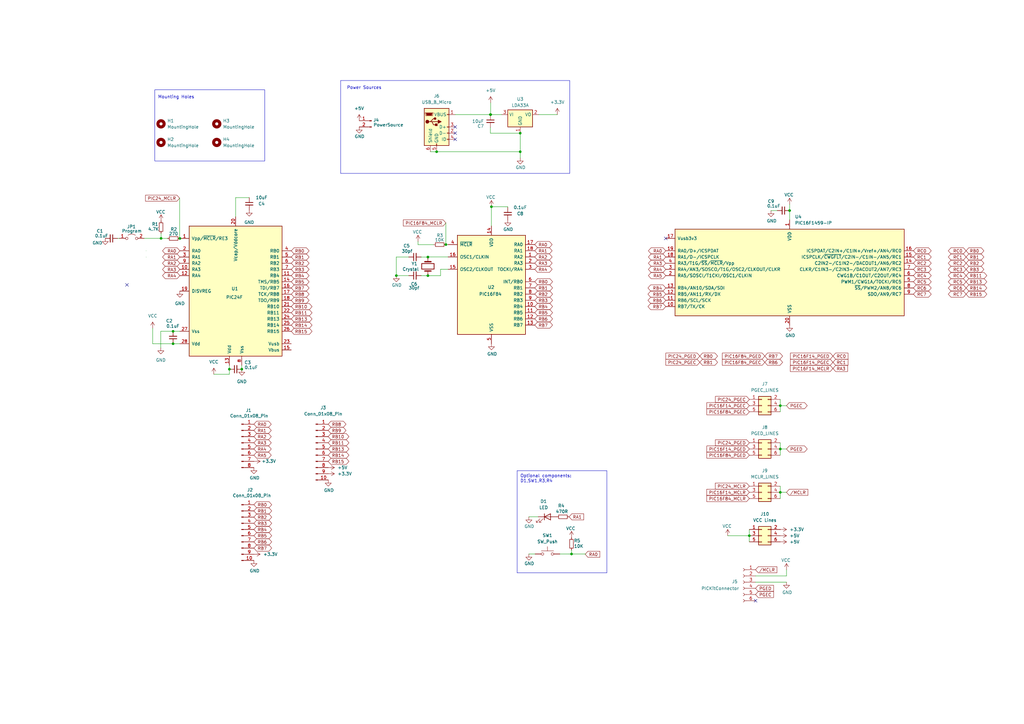
<source format=kicad_sch>
(kicad_sch (version 20231120) (generator "eeschema") (generator_version "8.0")
  (paper "A3")
  (title_block (title "PIC24 & PIC16F84 Programmer & Dev Board") (date "2024-05-17") (rev "2.3") (company "RCC 2024") (comment 1 "https://github.com/costarc/PIC_QuickDevBoard"))
  (lib_symbols
    (symbol "Connector:Conn_01x02_Pin" (pin_names (offset 1.016) hide)
      (property "Reference" "J" (at 0 2.54 0))
      (property "Value" "Conn_01x02_Pin" (at 0 -5.08 0))
      (symbol "Conn_01x02_Pin_1_1"
        (pin passive line (at 5.08 0 180) (length 3.81) (name "Pin_1") (number "1"))
        (pin passive line (at 5.08 -2.54 180) (length 3.81) (name "Pin_2") (number "2"))
      )
    )
    (symbol "Connector:Conn_01x06_Socket" (pin_names (offset 1.016) hide)
      (property "Reference" "J" (at 0 7.62 0))
      (property "Value" "Conn_01x06_Socket" (at 0 -10.16 0))
      (symbol "Conn_01x06_Socket_1_1"
        (pin passive line (at -5.08 5.08 0) (length 3.81) (name "Pin_1") (number "1"))
        (pin passive line (at -5.08 2.54 0) (length 3.81) (name "Pin_2") (number "2"))
        (pin passive line (at -5.08 0 0) (length 3.81) (name "Pin_3") (number "3"))
        (pin passive line (at -5.08 -2.54 0) (length 3.81) (name "Pin_4") (number "4"))
        (pin passive line (at -5.08 -5.08 0) (length 3.81) (name "Pin_5") (number "5"))
        (pin passive line (at -5.08 -7.62 0) (length 3.81) (name "Pin_6") (number "6"))
      )
    )
    (symbol "Connector:Conn_01x08_Pin" (pin_names (offset 1.016) hide)
      (property "Reference" "J" (at 0 10.16 0))
      (property "Value" "Conn_01x08_Pin" (at 0 -12.7 0))
      (symbol "Conn_01x08_Pin_1_1"
        (pin passive line (at 5.08 7.62 180) (length 3.81) (name "Pin_1") (number "1"))
        (pin passive line (at 5.08 5.08 180) (length 3.81) (name "Pin_2") (number "2"))
        (pin passive line (at 5.08 2.54 180) (length 3.81) (name "Pin_3") (number "3"))
        (pin passive line (at 5.08 0 180) (length 3.81) (name "Pin_4") (number "4"))
        (pin passive line (at 5.08 -2.54 180) (length 3.81) (name "Pin_5") (number "5"))
        (pin passive line (at 5.08 -5.08 180) (length 3.81) (name "Pin_6") (number "6"))
        (pin passive line (at 5.08 -7.62 180) (length 3.81) (name "Pin_7") (number "7"))
        (pin passive line (at 5.08 -10.16 180) (length 3.81) (name "Pin_8") (number "8"))
      )
    )
    (symbol "Connector:Conn_01x10_Pin" (pin_names (offset 1.016) hide)
      (property "Reference" "J" (at 0 12.7 0))
      (property "Value" "Conn_01x10_Pin" (at 0 -15.24 0))
      (symbol "Conn_01x10_Pin_1_1"
        (pin passive line (at 5.08 10.16 180) (length 3.81) (name "Pin_1") (number "1"))
        (pin passive line (at 5.08 -12.7 180) (length 3.81) (name "Pin_10") (number "10"))
        (pin passive line (at 5.08 7.62 180) (length 3.81) (name "Pin_2") (number "2"))
        (pin passive line (at 5.08 5.08 180) (length 3.81) (name "Pin_3") (number "3"))
        (pin passive line (at 5.08 2.54 180) (length 3.81) (name "Pin_4") (number "4"))
        (pin passive line (at 5.08 0 180) (length 3.81) (name "Pin_5") (number "5"))
        (pin passive line (at 5.08 -2.54 180) (length 3.81) (name "Pin_6") (number "6"))
        (pin passive line (at 5.08 -5.08 180) (length 3.81) (name "Pin_7") (number "7"))
        (pin passive line (at 5.08 -7.62 180) (length 3.81) (name "Pin_8") (number "8"))
        (pin passive line (at 5.08 -10.16 180) (length 3.81) (name "Pin_9") (number "9"))
      )
    )
    (symbol "Connector:USB_B_Mini" (pin_names (offset 1.016))
      (property "Reference" "J" (at -5.08 11.43 0))
      (property "Value" "USB_B_Mini" (at -5.08 8.89 0))
      (symbol "USB_B_Mini_1_1"
        (pin power_out line (at 7.62 5.08 180) (length 2.54) (name "VBUS") (number "1"))
        (pin bidirectional line (at 7.62 -2.54 180) (length 2.54) (name "D-") (number "2"))
        (pin bidirectional line (at 7.62 0 180) (length 2.54) (name "D+") (number "3"))
        (pin passive line (at 7.62 -5.08 180) (length 2.54) (name "ID") (number "4"))
        (pin power_out line (at 0 -10.16 90) (length 2.54) (name "GND") (number "5"))
        (pin passive line (at -2.54 -10.16 90) (length 2.54) (name "Shield") (number "6"))
      )
    )
    (symbol "Connector_Generic:Conn_02x03_Odd_Even" (pin_names (offset 1.016) hide)
      (property "Reference" "J" (at 1.27 5.08 0))
      (property "Value" "Conn_02x03_Odd_Even" (at 1.27 -5.08 0))
      (symbol "Conn_02x03_Odd_Even_1_1"
        (pin passive line (at -5.08 2.54 0) (length 3.81) (name "Pin_1") (number "1"))
        (pin passive line (at 7.62 2.54 180) (length 3.81) (name "Pin_2") (number "2"))
        (pin passive line (at -5.08 0 0) (length 3.81) (name "Pin_3") (number "3"))
        (pin passive line (at 7.62 0 180) (length 3.81) (name "Pin_4") (number "4"))
        (pin passive line (at -5.08 -2.54 0) (length 3.81) (name "Pin_5") (number "5"))
        (pin passive line (at 7.62 -2.54 180) (length 3.81) (name "Pin_6") (number "6"))
      )
    )
    (symbol "Device:C_Small" (pin_numbers hide) (pin_names (offset 0.254) hide)
      (property "Reference" "C" (at 0.254 1.778 0))
      (property "Value" "C_Small" (at 0.254 -2.032 0))
      (symbol "C_Small_1_1"
        (pin passive line (at 0 2.54 270) (length 2.032) (name "~") (number "1"))
        (pin passive line (at 0 -2.54 90) (length 2.032) (name "~") (number "2"))
      )
    )
    (symbol "Device:Crystal" (pin_numbers hide) (pin_names (offset 1.016) hide)
      (property "Reference" "Y" (at 0 3.81 0))
      (property "Value" "Crystal" (at 0 -3.81 0))
      (symbol "Crystal_1_1"
        (pin passive line (at -3.81 0 0) (length 1.27) (name "1") (number "1"))
        (pin passive line (at 3.81 0 180) (length 1.27) (name "2") (number "2"))
      )
    )
    (symbol "Device:LED" (pin_numbers hide) (pin_names (offset 1.016) hide)
      (property "Reference" "D" (at 0 2.54 0))
      (property "Value" "LED" (at 0 -2.54 0))
      (symbol "LED_1_1"
        (pin passive line (at -3.81 0 0) (length 2.54) (name "K") (number "1"))
        (pin passive line (at 3.81 0 180) (length 2.54) (name "A") (number "2"))
      )
    )
    (symbol "Device:R_Small" (pin_numbers hide) (pin_names (offset 0.254) hide)
      (property "Reference" "R" (at 0.762 0.508 0))
      (property "Value" "R_Small" (at 0.762 -1.016 0))
      (symbol "R_Small_1_1"
        (pin passive line (at 0 2.54 270) (length 0.762) (name "~") (number "1"))
        (pin passive line (at 0 -2.54 90) (length 0.762) (name "~") (number "2"))
      )
    )
    (symbol "Jumper:Jumper_2_Open" (pin_names (offset 0) hide)
      (property "Reference" "JP" (at 0 2.794 0))
      (property "Value" "Jumper_2_Open" (at 0 -2.286 0))
      (symbol "Jumper_2_Open_1_1"
        (pin passive line (at -5.08 0 0) (length 2.54) (name "A") (number "1"))
        (pin passive line (at 5.08 0 180) (length 2.54) (name "B") (number "2"))
      )
    )
    (symbol "MCU_Microchip_PIC16:PIC16F1459-IP" (pin_names (offset 1.016))
      (property "Reference" "U" (at -46.99 17.78 0))
      (property "Value" "PIC16F1459-IP" (at -46.99 15.24 0))
      (symbol "PIC16F1459-IP_1_1"
        (pin power_in line (at 0 17.78 270) (length 3.81) (name "VDD") (number "1"))
        (pin bidirectional line (at -50.8 -17.78 0) (length 3.81) (name "RB7/TX/CK") (number "10"))
        (pin bidirectional line (at -50.8 -15.24 0) (length 3.81) (name "RB6/SCL/SCK") (number "11"))
        (pin bidirectional line (at -50.8 -12.7 0) (length 3.81) (name "RB5/AN11/RX/DX") (number "12"))
        (pin bidirectional line (at -50.8 -10.16 0) (length 3.81) (name "RB4/AN10/SDA/SDI") (number "13"))
        (pin bidirectional line (at 50.8 0 180) (length 3.81) (name "C2IN2-/C1IN2-/DACOUT1/AN6/RC2") (number "14"))
        (pin bidirectional line (at 50.8 2.54 180) (length 3.81) (name "ICSPCLK/~{CWGFLT}/C2IN-/C1IN-/AN5/RC1") (number "15"))
        (pin bidirectional line (at 50.8 5.08 180) (length 3.81) (name "ICSPDAT/C2IN+/C1IN+/Vref+/AN4/RC0") (number "16"))
        (pin bidirectional line (at -50.8 10.16 0) (length 3.81) (name "Vusb3v3") (number "17"))
        (pin bidirectional line (at -50.8 2.54 0) (length 3.81) (name "RA1/D-/ICSPCLK") (number "18"))
        (pin bidirectional line (at -50.8 5.08 0) (length 3.81) (name "RA0/D+/ICSPDAT") (number "19"))
        (pin bidirectional line (at -50.8 -5.08 0) (length 3.81) (name "RA5/SOSCI/T1CKI/OSC1/CLKIN") (number "2"))
        (pin power_in line (at 0 -25.4 90) (length 3.81) (name "VSS") (number "20"))
        (pin bidirectional line (at -50.8 -2.54 0) (length 3.81) (name "RA4/AN3/SOSCO/T1G/OSC2/CLKOUT/CLKR") (number "3"))
        (pin input line (at -50.8 0 0) (length 3.81) (name "RA3/T1G/~{SS}/~{MCLR}/Vpp") (number "4"))
        (pin bidirectional line (at 50.8 -7.62 180) (length 3.81) (name "PWM1/CWG1A/T0CKI/RC5") (number "5"))
        (pin bidirectional line (at 50.8 -5.08 180) (length 3.81) (name "CWG1B/C1OUT/C2OUT/RC4") (number "6"))
        (pin bidirectional line (at 50.8 -2.54 180) (length 3.81) (name "CLKR/C1IN3-/C2IN3-/DACOUT2/AN7/RC3") (number "7"))
        (pin bidirectional line (at 50.8 -10.16 180) (length 3.81) (name "~{SS}/PWM2/AN8/RC6") (number "8"))
        (pin bidirectional line (at 50.8 -12.7 180) (length 3.81) (name "SDO/AN9/RC7") (number "9"))
      )
    )
    (symbol "MCU_Microchip_PIC16:PIC16F84-XXSO" (pin_names (offset 1.016))
      (property "Reference" "U" (at 2.54 22.86 0))
      (property "Value" "PIC16F84-XXSO" (at 2.54 20.32 0))
      (symbol "PIC16F84-XXSO_1_1"
        (pin bidirectional line (at 17.78 10.16 180) (length 3.81) (name "RA2") (number "1"))
        (pin bidirectional line (at 17.78 -10.16 180) (length 3.81) (name "RB4") (number "10"))
        (pin bidirectional line (at 17.78 -12.7 180) (length 3.81) (name "RB5") (number "11"))
        (pin bidirectional line (at 17.78 -15.24 180) (length 3.81) (name "RB6") (number "12"))
        (pin bidirectional line (at 17.78 -17.78 180) (length 3.81) (name "RB7") (number "13"))
        (pin power_in line (at 0 22.86 270) (length 3.81) (name "VDD") (number "14"))
        (pin output line (at -17.78 5.08 0) (length 3.81) (name "OSC2/CLKOUT") (number "15"))
        (pin input line (at -17.78 10.16 0) (length 3.81) (name "OSC1/CLKIN") (number "16"))
        (pin bidirectional line (at 17.78 15.24 180) (length 3.81) (name "RA0") (number "17"))
        (pin bidirectional line (at 17.78 12.7 180) (length 3.81) (name "RA1") (number "18"))
        (pin bidirectional line (at 17.78 7.62 180) (length 3.81) (name "RA3") (number "2"))
        (pin bidirectional line (at 17.78 5.08 180) (length 3.81) (name "TOCKI/RA4") (number "3"))
        (pin input line (at -17.78 15.24 0) (length 3.81) (name "~{MCLR}") (number "4"))
        (pin power_in line (at 0 -25.4 90) (length 3.81) (name "VSS") (number "5"))
        (pin bidirectional line (at 17.78 0 180) (length 3.81) (name "INT/RB0") (number "6"))
        (pin bidirectional line (at 17.78 -2.54 180) (length 3.81) (name "RB1") (number "7"))
        (pin bidirectional line (at 17.78 -5.08 180) (length 3.81) (name "RB2") (number "8"))
        (pin bidirectional line (at 17.78 -7.62 180) (length 3.81) (name "RB3") (number "9"))
      )
    )
    (symbol "Mechanical:MountingHole" (pin_names (offset 1.016))
      (property "Reference" "H" (at 0 5.08 0))
      (property "Value" "MountingHole" (at 0 3.175 0))
    )
    (symbol "Regulator_Linear:LD1117S12TR_SOT223"
      (property "Reference" "U" (at -3.81 3.175 0))
      (property "Value" "LD1117S12TR_SOT223" (at 0 3.175 0))
      (symbol "LD1117S12TR_SOT223_1_1"
        (pin power_in line (at 0 -7.62 90) (length 2.54) (name "GND") (number "1"))
        (pin power_out line (at 7.62 0 180) (length 2.54) (name "VO") (number "2"))
        (pin power_in line (at -7.62 0 0) (length 2.54) (name "VI") (number "3"))
      )
    )
    (symbol "Roni Symbols:PIC24FJ64GB002-ISP" (pin_names (offset 1.016))
      (property "Reference" "U" (at 2.54 30.48 0))
      (property "Value" "PIC24FJ64GB002-ISP" (at 2.54 27.94 0))
      (symbol "PIC24FJ64GB002-ISP_1_1"
        (pin input line (at -22.86 21.59 0) (length 3.81) (name "Vpp/~{MCLR}/RE3") (number "1"))
        (pin bidirectional line (at -22.86 8.89 0) (length 3.81) (name "RA3") (number "10"))
        (pin bidirectional line (at 22.86 6.35 180) (length 3.81) (name "RB4") (number "11"))
        (pin bidirectional line (at -22.86 6.35 0) (length 3.81) (name "RA4") (number "12"))
        (pin power_in line (at -2.54 -30.48 90) (length 3.81) (name "Vdd") (number "13"))
        (pin bidirectional line (at 22.86 3.81 180) (length 3.81) (name "TMS/RB5") (number "14"))
        (pin bidirectional line (at 22.86 -24.13 180) (length 3.81) (name "Vbus") (number "15"))
        (pin bidirectional line (at 22.86 1.27 180) (length 3.81) (name "TDI/RB7") (number "16"))
        (pin bidirectional line (at 22.86 -1.27 180) (length 3.81) (name "TCK/RB8") (number "17"))
        (pin bidirectional line (at 22.86 -3.81 180) (length 3.81) (name "TDO/RB9") (number "18"))
        (pin power_in line (at -22.86 0 0) (length 3.81) (name "DISVREG") (number "19"))
        (pin bidirectional line (at -22.86 16.51 0) (length 3.81) (name "RA0") (number "2"))
        (pin power_in line (at 0 30.48 270) (length 3.81) (name "Vcap/Vddcore") (number "20"))
        (pin bidirectional line (at 22.86 -6.35 180) (length 3.81) (name "RB10") (number "21"))
        (pin bidirectional line (at 22.86 -8.89 180) (length 3.81) (name "RB11") (number "22"))
        (pin bidirectional line (at 22.86 -21.59 180) (length 3.81) (name "Vusb") (number "23"))
        (pin bidirectional line (at 22.86 -11.43 180) (length 3.81) (name "RB13") (number "24"))
        (pin bidirectional line (at 22.86 -13.97 180) (length 3.81) (name "RB14") (number "25"))
        (pin bidirectional line (at 22.86 -16.51 180) (length 3.81) (name "RB15") (number "26"))
        (pin power_in line (at -22.86 -16.51 0) (length 3.81) (name "Vss") (number "27"))
        (pin power_in line (at -22.86 -21.59 0) (length 3.81) (name "Vdd") (number "28"))
        (pin bidirectional line (at -22.86 13.97 0) (length 3.81) (name "RA1") (number "3"))
        (pin bidirectional line (at 22.86 16.51 180) (length 3.81) (name "RB0") (number "4"))
        (pin bidirectional line (at 22.86 13.97 180) (length 3.81) (name "RB1") (number "5"))
        (pin bidirectional line (at 22.86 11.43 180) (length 3.81) (name "RB2") (number "6"))
        (pin bidirectional line (at 22.86 8.89 180) (length 3.81) (name "RB3") (number "7"))
        (pin power_in line (at 2.54 -30.48 90) (length 3.81) (name "Vss") (number "8"))
        (pin bidirectional line (at -22.86 11.43 0) (length 3.81) (name "RA2") (number "9"))
      )
    )
    (symbol "Switch:SW_Push" (pin_numbers hide) (pin_names (offset 1.016) hide)
      (property "Reference" "SW" (at 1.27 2.54 0))
      (property "Value" "SW_Push" (at 0 -1.524 0))
      (symbol "SW_Push_0_1"
        (pin passive line (at -5.08 0 0) (length 2.54) (name "1") (number "1"))
        (pin passive line (at 5.08 0 180) (length 2.54) (name "2") (number "2"))
      )
    )
    (symbol "power:+3.3V" (power) (pin_numbers hide) (pin_names (offset 0) hide)
      (property "Value" "+3.3V" (at 0 3.556 0))
      (symbol "+3.3V_1_1"
        (pin power_in line (at 0 0 90) (length 0) (name "~") (number "1"))
      )
    )
    (symbol "power:+5V" (power) (pin_names (offset 0))
      (property "Value" "+5V" (at 0 3.556 0))
      (symbol "+5V_1_1"
        (pin power_in line (at 0 0 90) (length 0) hide (name "+5V") (number "1"))
      )
    )
    (symbol "power:GND" (power) (pin_names (offset 0))
      (property "Value" "GND" (at 0 -3.81 0))
      (symbol "GND_1_1"
        (pin power_in line (at 0 0 270) (length 0) hide (name "GND") (number "1"))
      )
    )
    (symbol "power:VCC" (power) (pin_names (offset 0))
      (property "Value" "VCC" (at 0 3.81 0))
      (symbol "VCC_1_1"
        (pin power_in line (at 0 0 90) (length 0) hide (name "VCC") (number "1"))
      )
    )
  )
  (junction (at 320.04 201.93))
  (junction (at 320.04 166.37))
  (junction (at 99.1742 151.4187))
  (junction (at 213.36 54.61))
  (junction (at 73.7667 97.8038))
  (junction (at 94.0867 151.4187))
  (junction (at 213.36 62.23))
  (junction (at 179.07 62.23))
  (junction (at 307.34 219.71))
  (junction (at 234.408 227.2211))
  (junction (at 175.5037 105.4294))
  (junction (at 175.5037 113.0494))
  (junction (at 323.85 86.36))
  (junction (at 70.9805 140.9838))
  (junction (at 201.2161 46.99))
  (junction (at 70.9805 135.89))
  (junction (at 162.56 113.03))
  (junction (at 201.1474 46.99))
  (junction (at 320.04 184.15))
  (junction (at 201.5608 84.7825))
  (junction (at 182.88 100.3053))
  (junction (at 66.0541 97.774))
  (no_connect (at 186.69 54.61))
  (no_connect (at 309.88 246.38))
  (no_connect (at 52.07 116.84))
  (no_connect (at 186.69 52.07))
  (no_connect (at 273.05 97.79))
  (no_connect (at 186.69 57.15))
  (wire (pts (xy 201.5608 84.7825) (xy 208.28 84.7825)))
  (wire (pts (xy 177.8 100.33) (xy 171.45 100.33)))
  (wire (pts (xy 48.9417 97.79) (xy 48.9417 97.774)))
  (wire (pts (xy 320.04 201.93) (xy 320.04 204.47)))
  (wire (pts (xy 59.9293 105.4238) (xy 59.9293 105.438)))
  (wire (pts (xy 175.5037 105.3853) (xy 175.5037 105.4294)))
  (wire (pts (xy 320.04 184.15) (xy 320.04 186.69)))
  (wire (pts (xy 96.6267 81.0398) (xy 96.6267 88.9138)))
  (wire (pts (xy 182.88 100.3053) (xy 182.88 100.33)))
  (wire (pts (xy 171.45 100.33) (xy 171.45 99.06)))
  (wire (pts (xy 201.2161 42.1601) (xy 201.2161 46.99)))
  (wire (pts (xy 59.9075 102.8838) (xy 59.9075 102.8902)))
  (wire (pts (xy 322.58 236.22) (xy 322.58 233.68)))
  (wire (pts (xy 175.5037 105.4294) (xy 172.72 105.4294)))
  (wire (pts (xy 180.6851 110.4653) (xy 180.6851 113.0494)))
  (wire (pts (xy 175.5037 105.3853) (xy 183.7808 105.3853)))
  (wire (pts (xy 208.28 84.7825) (xy 208.28 85.09)))
  (wire (pts (xy 320.04 166.37) (xy 320.04 168.91)))
  (wire (pts (xy 162.56 113.03) (xy 167.64 113.03)))
  (wire (pts (xy 213.36 62.23) (xy 213.36 64.77)))
  (wire (pts (xy 102.2147 81.0398) (xy 96.6267 81.0398)))
  (wire (pts (xy 180.6851 113.0494) (xy 175.5037 113.0494)))
  (wire (pts (xy 323.85 86.36) (xy 323.85 90.17)))
  (wire (pts (xy 320.04 166.37) (xy 322.58 166.37)))
  (wire (pts (xy 172.72 105.4294) (xy 172.72 105.41)))
  (wire (pts (xy 316.23 86.36) (xy 318.77 86.36)))
  (wire (pts (xy 216.922 211.9811) (xy 220.732 211.9811)))
  (wire (pts (xy 201.1474 46.99) (xy 201.1474 47.1901)))
  (wire (pts (xy 234.408 227.2211) (xy 240.03 227.2211)))
  (wire (pts (xy 201.1474 52.2701) (xy 201.1474 54.61)))
  (wire (pts (xy 201.2161 46.99) (xy 205.74 46.99)))
  (wire (pts (xy 180.6851 110.4653) (xy 183.7808 110.4653)))
  (wire (pts (xy 73.7667 135.89) (xy 70.9805 135.89)))
  (wire (pts (xy 201.1474 46.99) (xy 201.2161 46.99)))
  (wire (pts (xy 220.98 46.99) (xy 228.6 46.99)))
  (wire (pts (xy 66.0541 95.7074) (xy 66.0541 97.774)))
  (wire (pts (xy 179.07 62.23) (xy 213.36 62.23)))
  (wire (pts (xy 68.6867 97.8038) (xy 66.0541 97.8038)))
  (wire (pts (xy 70.9805 135.89) (xy 65.9644 135.89)))
  (wire (pts (xy 73.7667 135.9038) (xy 73.7667 135.89)))
  (wire (pts (xy 94.0867 153.5134) (xy 87.7044 153.5134)))
  (wire (pts (xy 73.66 81.28) (xy 73.66 97.8038)))
  (wire (pts (xy 213.36 54.61) (xy 213.36 62.23)))
  (wire (pts (xy 320.04 181.61) (xy 320.04 184.15)))
  (wire (pts (xy 94.0867 151.4187) (xy 94.0942 151.4187)))
  (wire (pts (xy 66.0541 97.774) (xy 66.0541 97.8038)))
  (wire (pts (xy 229.622 227.2211) (xy 234.408 227.2211)))
  (wire (pts (xy 320.04 199.39) (xy 320.04 201.93)))
  (wire (pts (xy 182.88 91.44) (xy 182.88 100.3053)))
  (wire (pts (xy 219.3408 130.7555) (xy 219.3408 130.7853)))
  (wire (pts (xy 62.6019 140.9838) (xy 70.9805 140.9838)))
  (wire (pts (xy 307.34 217.17) (xy 307.34 219.71)))
  (wire (pts (xy 176.53 62.23) (xy 179.07 62.23)))
  (wire (pts (xy 183.7808 100.3053) (xy 182.88 100.3053)))
  (wire (pts (xy 186.69 46.99) (xy 201.1474 46.99)))
  (wire (pts (xy 48.26 97.79) (xy 48.9417 97.79)))
  (wire (pts (xy 216.922 227.2211) (xy 219.462 227.2211)))
  (wire (pts (xy 307.34 219.71) (xy 307.34 222.25)))
  (wire (pts (xy 240.03 227.2211) (xy 240.03 227.33)))
  (wire (pts (xy 234.408 225.5705) (xy 234.4075 225.5705)))
  (wire (pts (xy 320.04 201.93) (xy 322.58 201.93)))
  (wire (pts (xy 65.9644 135.89) (xy 65.9644 142.6192)))
  (wire (pts (xy 201.5608 92.6853) (xy 201.5608 84.7825)))
  (wire (pts (xy 309.88 236.22) (xy 322.58 236.22)))
  (wire (pts (xy 99.1742 149.8738) (xy 99.1667 149.8738)))
  (wire (pts (xy 320.04 163.83) (xy 320.04 166.37)))
  (wire (pts (xy 234.408 227.2211) (xy 234.408 225.5705)))
  (wire (pts (xy 73.66 97.8038) (xy 73.7667 97.8038)))
  (wire (pts (xy 307.34 219.71) (xy 298.45 219.71)))
  (wire (pts (xy 309.88 238.76) (xy 322.58 238.76)))
  (wire (pts (xy 94.0867 149.8738) (xy 94.0867 151.4187)))
  (wire (pts (xy 201.1474 54.61) (xy 213.36 54.61)))
  (wire (pts (xy 62.6019 140.9838) (xy 62.6019 134.6265)))
  (wire (pts (xy 70.9805 140.9838) (xy 73.7667 140.9838)))
  (wire (pts (xy 320.04 184.15) (xy 322.58 184.15)))
  (wire (pts (xy 59.1017 97.774) (xy 66.0541 97.774)))
  (wire (pts (xy 94.0867 151.4187) (xy 94.0867 153.5134)))
  (wire (pts (xy 323.85 83.82) (xy 323.85 86.36)))
  (wire (pts (xy 162.56 105.41) (xy 162.56 113.03)))
  (wire (pts (xy 70.9805 140.9838) (xy 70.9805 140.97)))
  (wire (pts (xy 167.64 105.41) (xy 162.56 105.41)))
  (wire (pts (xy 172.72 113.0494) (xy 172.72 113.03)))
  (wire (pts (xy 99.1742 151.4187) (xy 99.1742 149.8738)))
  (wire (pts (xy 175.5037 113.0494) (xy 172.72 113.0494)))
  (rectangle (start 63.5 36.83) (end 108.585 66.04))
  (rectangle (start 212.09 193.04) (end 248.92 234.95))
  (rectangle (start 139.7 33.02) (end 233.68 71.12))
  (text "Optional components:\nD1,SW1,R3,R4" (at 213.36 198.12 0) (effects (font (size 1.27 1.27)) (justify left bottom)))
  (text "Mounting Holes" (at 64.77 40.64 0) (effects (font (size 1.27 1.27)) (justify left bottom)))
  (text "Power Sources" (at 142.24 36.83 0) (effects (font (size 1.27 1.27)) (justify left bottom)))
  (global_label "RA4" (shape bidirectional) (at 219.3408 110.4653 0) (property "Intersheetrefs" "${INTERSHEET_REFS}" (effects (hide yes))))
  (global_label "RA2" (shape bidirectional) (at 219.3408 105.3853 0) (property "Intersheetrefs" "${INTERSHEET_REFS}" (effects (hide yes))))
  (global_label "RC3" (shape bidirectional) (at 374.65 110.49 0) (property "Intersheetrefs" "${INTERSHEET_REFS}" (effects (hide yes))))
  (global_label "RB13" (shape bidirectional) (at 134.62 184.15 0) (property "Intersheetrefs" "${INTERSHEET_REFS}" (effects (hide yes))))
  (global_label "PIC24_PGED" (shape input) (at 307.34 181.61 180) (property "Intersheetrefs" "${INTERSHEET_REFS}" (effects (hide yes))))
  (global_label "RC0" (shape input) (at 341.63 146.05 0) (property "Intersheetrefs" "${INTERSHEET_REFS}" (effects (hide yes))))
  (global_label "RB5" (shape bidirectional) (at 119.4867 115.5838 0) (property "Intersheetrefs" "${INTERSHEET_REFS}" (effects (hide yes))))
  (global_label "RC2" (shape bidirectional) (at 396.24 107.95 180) (property "Intersheetrefs" "${INTERSHEET_REFS}" (effects (hide yes))))
  (global_label "RA4" (shape bidirectional) (at 273.05 110.49 180) (property "Intersheetrefs" "${INTERSHEET_REFS}" (effects (hide yes))))
  (global_label "RA0" (shape bidirectional) (at 104.14 173.99 0) (property "Intersheetrefs" "${INTERSHEET_REFS}" (effects (hide yes))))
  (global_label "RB0" (shape bidirectional) (at 104.14 207.01 0) (property "Intersheetrefs" "${INTERSHEET_REFS}" (effects (hide yes))))
  (global_label "RA1" (shape bidirectional) (at 273.05 105.41 180) (property "Intersheetrefs" "${INTERSHEET_REFS}" (effects (hide yes))))
  (global_label "RB5" (shape bidirectional) (at 273.05 120.65 180) (property "Intersheetrefs" "${INTERSHEET_REFS}" (effects (hide yes))))
  (global_label "RC7" (shape bidirectional) (at 396.24 120.65 180) (property "Intersheetrefs" "${INTERSHEET_REFS}" (effects (hide yes))))
  (global_label "RB2" (shape bidirectional) (at 104.14 212.09 0) (property "Intersheetrefs" "${INTERSHEET_REFS}" (effects (hide yes))))
  (global_label "PIC16F14_MCLR" (shape input) (at 341.63 151.13 180) (property "Intersheetrefs" "${INTERSHEET_REFS}" (effects (hide yes))))
  (global_label "RB0" (shape bidirectional) (at 396.24 102.87 0) (property "Intersheetrefs" "${INTERSHEET_REFS}" (effects (hide yes))))
  (global_label "RB8" (shape bidirectional) (at 119.4867 120.6638 0) (property "Intersheetrefs" "${INTERSHEET_REFS}" (effects (hide yes))))
  (global_label "RB15" (shape bidirectional) (at 396.24 120.65 0) (property "Intersheetrefs" "${INTERSHEET_REFS}" (effects (hide yes))))
  (global_label "RB15" (shape bidirectional) (at 134.62 189.23 0) (property "Intersheetrefs" "${INTERSHEET_REFS}" (effects (hide yes))))
  (global_label "RC1" (shape input) (at 341.63 148.59 0) (property "Intersheetrefs" "${INTERSHEET_REFS}" (effects (hide yes))))
  (global_label "PIC16F84_MCLR" (shape input) (at 307.34 204.47 180) (property "Intersheetrefs" "${INTERSHEET_REFS}" (effects (hide yes))))
  (global_label "PIC16F14_PGED" (shape input) (at 341.63 146.05 180) (property "Intersheetrefs" "${INTERSHEET_REFS}" (effects (hide yes))))
  (global_label "RB5" (shape bidirectional) (at 219.3408 128.2453 0) (property "Intersheetrefs" "${INTERSHEET_REFS}" (effects (hide yes))))
  (global_label "RB13" (shape bidirectional) (at 396.24 115.57 0) (property "Intersheetrefs" "${INTERSHEET_REFS}" (effects (hide yes))))
  (global_label "RB1" (shape bidirectional) (at 219.3408 118.0853 0) (property "Intersheetrefs" "${INTERSHEET_REFS}" (effects (hide yes))))
  (global_label "PIC24_PGEC" (shape input) (at 307.34 163.83 180) (property "Intersheetrefs" "${INTERSHEET_REFS}" (effects (hide yes))))
  (global_label "RB14" (shape bidirectional) (at 396.24 118.11 0) (property "Intersheetrefs" "${INTERSHEET_REFS}" (effects (hide yes))))
  (global_label "PIC24_MCLR" (shape input) (at 307.34 199.39 180) (property "Intersheetrefs" "${INTERSHEET_REFS}" (effects (hide yes))))
  (global_label "RC5" (shape bidirectional) (at 396.24 115.57 180) (property "Intersheetrefs" "${INTERSHEET_REFS}" (effects (hide yes))))
  (global_label "RA2" (shape bidirectional) (at 73.7667 107.9638 180) (property "Intersheetrefs" "${INTERSHEET_REFS}" (effects (hide yes))))
  (global_label "RB6" (shape bidirectional) (at 104.14 222.25 0) (property "Intersheetrefs" "${INTERSHEET_REFS}" (effects (hide yes))))
  (global_label "RB3" (shape bidirectional) (at 219.3408 123.1653 0) (property "Intersheetrefs" "${INTERSHEET_REFS}" (effects (hide yes))))
  (global_label "RB4" (shape bidirectional) (at 119.4867 113.0438 0) (property "Intersheetrefs" "${INTERSHEET_REFS}" (effects (hide yes))))
  (global_label "RB0" (shape bidirectional) (at 119.4867 102.8838 0) (property "Intersheetrefs" "${INTERSHEET_REFS}" (effects (hide yes))))
  (global_label "PIC24_PGEC" (shape input) (at 287.02 148.59 180) (property "Intersheetrefs" "${INTERSHEET_REFS}" (effects (hide yes))))
  (global_label "PIC16F84_PGEC" (shape input) (at 313.69 148.59 180) (property "Intersheetrefs" "${INTERSHEET_REFS}" (effects (hide yes))))
  (global_label "PGEC" (shape input) (at 309.88 243.84 0) (property "Intersheetrefs" "${INTERSHEET_REFS}" (effects (hide yes))))
  (global_label "RC6" (shape bidirectional) (at 374.65 118.11 0) (property "Intersheetrefs" "${INTERSHEET_REFS}" (effects (hide yes))))
  (global_label "RB4" (shape bidirectional) (at 104.14 217.17 0) (property "Intersheetrefs" "${INTERSHEET_REFS}" (effects (hide yes))))
  (global_label "RA1" (shape bidirectional) (at 73.7667 105.4238 180) (property "Intersheetrefs" "${INTERSHEET_REFS}" (effects (hide yes))))
  (global_label "RB4" (shape bidirectional) (at 273.05 118.11 180) (property "Intersheetrefs" "${INTERSHEET_REFS}" (effects (hide yes))))
  (global_label "RA0" (shape bidirectional) (at 73.7667 102.8838 180) (property "Intersheetrefs" "${INTERSHEET_REFS}" (effects (hide yes))))
  (global_label "RB1" (shape bidirectional) (at 396.24 105.41 0) (property "Intersheetrefs" "${INTERSHEET_REFS}" (effects (hide yes))))
  (global_label "RB7" (shape bidirectional) (at 219.3408 133.3253 0) (property "Intersheetrefs" "${INTERSHEET_REFS}" (effects (hide yes))))
  (global_label "PIC16F84_PGED" (shape input) (at 313.69 146.05 180) (property "Intersheetrefs" "${INTERSHEET_REFS}" (effects (hide yes))))
  (global_label "PIC16F84_MCLR" (shape input) (at 182.88 91.44 180) (property "Intersheetrefs" "${INTERSHEET_REFS}" (effects (hide yes))))
  (global_label "PGED" (shape bidirectional) (at 322.58 184.15 0) (property "Intersheetrefs" "${INTERSHEET_REFS}" (effects (hide yes))))
  (global_label "RB3" (shape bidirectional) (at 396.24 110.49 0) (property "Intersheetrefs" "${INTERSHEET_REFS}" (effects (hide yes))))
  (global_label "PIC16F14_PGED" (shape input) (at 307.34 184.15 180) (property "Intersheetrefs" "${INTERSHEET_REFS}" (effects (hide yes))))
  (global_label "RB13" (shape bidirectional) (at 119.4867 130.8238 0) (property "Intersheetrefs" "${INTERSHEET_REFS}" (effects (hide yes))))
  (global_label "RB2" (shape bidirectional) (at 219.3408 120.6253 0) (property "Intersheetrefs" "${INTERSHEET_REFS}" (effects (hide yes))))
  (global_label "RB11" (shape bidirectional) (at 396.24 113.03 0) (property "Intersheetrefs" "${INTERSHEET_REFS}" (effects (hide yes))))
  (global_label "RB2" (shape bidirectional) (at 119.4867 107.9638 0) (property "Intersheetrefs" "${INTERSHEET_REFS}" (effects (hide yes))))
  (global_label "RB2" (shape bidirectional) (at 396.24 107.95 0) (property "Intersheetrefs" "${INTERSHEET_REFS}" (effects (hide yes))))
  (global_label "PIC16F14_MCLR" (shape input) (at 307.34 201.93 180) (property "Intersheetrefs" "${INTERSHEET_REFS}" (effects (hide yes))))
  (global_label "RA1" (shape bidirectional) (at 104.14 176.53 0) (property "Intersheetrefs" "${INTERSHEET_REFS}" (effects (hide yes))))
  (global_label "RB15" (shape bidirectional) (at 119.4867 135.9038 0) (property "Intersheetrefs" "${INTERSHEET_REFS}" (effects (hide yes))))
  (global_label "PIC24_PGED" (shape input) (at 287.02 146.05 180) (property "Intersheetrefs" "${INTERSHEET_REFS}" (effects (hide yes))))
  (global_label "PIC24_MCLR" (shape input) (at 73.66 81.28 180) (property "Intersheetrefs" "${INTERSHEET_REFS}" (effects (hide yes))))
  (global_label "RB9" (shape bidirectional) (at 134.62 176.53 0) (property "Intersheetrefs" "${INTERSHEET_REFS}" (effects (hide yes))))
  (global_label "RB6" (shape bidirectional) (at 219.3408 130.7853 0) (property "Intersheetrefs" "${INTERSHEET_REFS}" (effects (hide yes))))
  (global_label "RC4" (shape bidirectional) (at 396.24 113.03 180) (property "Intersheetrefs" "${INTERSHEET_REFS}" (effects (hide yes))))
  (global_label "RB10" (shape bidirectional) (at 134.62 179.07 0) (property "Intersheetrefs" "${INTERSHEET_REFS}" (effects (hide yes))))
  (global_label "RB14" (shape bidirectional) (at 119.4867 133.3638 0) (property "Intersheetrefs" "${INTERSHEET_REFS}" (effects (hide yes))))
  (global_label "RC7" (shape bidirectional) (at 374.65 120.65 0) (property "Intersheetrefs" "${INTERSHEET_REFS}" (effects (hide yes))))
  (global_label "RA3" (shape bidirectional) (at 73.7667 110.5038 180) (property "Intersheetrefs" "${INTERSHEET_REFS}" (effects (hide yes))))
  (global_label "RA3" (shape bidirectional) (at 104.14 181.61 0) (property "Intersheetrefs" "${INTERSHEET_REFS}" (effects (hide yes))))
  (global_label "RA0" (shape bidirectional) (at 219.3408 100.3053 0) (property "Intersheetrefs" "${INTERSHEET_REFS}" (effects (hide yes))))
  (global_label "RB10" (shape bidirectional) (at 119.4867 125.7438 0) (property "Intersheetrefs" "${INTERSHEET_REFS}" (effects (hide yes))))
  (global_label "PGEC" (shape bidirectional) (at 322.58 166.37 0) (property "Intersheetrefs" "${INTERSHEET_REFS}" (effects (hide yes))))
  (global_label "RA3" (shape bidirectional) (at 219.3408 107.9253 0) (property "Intersheetrefs" "${INTERSHEET_REFS}" (effects (hide yes))))
  (global_label "RA0" (shape bidirectional) (at 273.05 102.87 180) (property "Intersheetrefs" "${INTERSHEET_REFS}" (effects (hide yes))))
  (global_label "RC1" (shape bidirectional) (at 396.24 105.41 180) (property "Intersheetrefs" "${INTERSHEET_REFS}" (effects (hide yes))))
  (global_label "RB8" (shape bidirectional) (at 134.62 173.99 0) (property "Intersheetrefs" "${INTERSHEET_REFS}" (effects (hide yes))))
  (global_label "RB14" (shape bidirectional) (at 134.62 186.69 0) (property "Intersheetrefs" "${INTERSHEET_REFS}" (effects (hide yes))))
  (global_label "RA3" (shape bidirectional) (at 273.05 107.95 180) (property "Intersheetrefs" "${INTERSHEET_REFS}" (effects (hide yes))))
  (global_label "RB6" (shape bidirectional) (at 273.05 123.19 180) (property "Intersheetrefs" "${INTERSHEET_REFS}" (effects (hide yes))))
  (global_label "RB7" (shape bidirectional) (at 104.14 224.79 0) (property "Intersheetrefs" "${INTERSHEET_REFS}" (effects (hide yes))))
  (global_label "RA4" (shape bidirectional) (at 73.7667 113.0438 180) (property "Intersheetrefs" "${INTERSHEET_REFS}" (effects (hide yes))))
  (global_label "RB1" (shape bidirectional) (at 104.14 209.55 0) (property "Intersheetrefs" "${INTERSHEET_REFS}" (effects (hide yes))))
  (global_label "RB11" (shape bidirectional) (at 134.62 181.61 0) (property "Intersheetrefs" "${INTERSHEET_REFS}" (effects (hide yes))))
  (global_label "PIC16F84_PGEC" (shape input) (at 307.34 168.91 180) (property "Intersheetrefs" "${INTERSHEET_REFS}" (effects (hide yes))))
  (global_label "RA0" (shape input) (at 240.03 227.33 0) (property "Intersheetrefs" "${INTERSHEET_REFS}" (effects (hide yes))))
  (global_label "RC0" (shape bidirectional) (at 374.65 102.87 0) (property "Intersheetrefs" "${INTERSHEET_REFS}" (effects (hide yes))))
  (global_label "RB7" (shape bidirectional) (at 273.05 125.73 180) (property "Intersheetrefs" "${INTERSHEET_REFS}" (effects (hide yes))))
  (global_label "RC0" (shape bidirectional) (at 396.24 102.87 180) (property "Intersheetrefs" "${INTERSHEET_REFS}" (effects (hide yes))))
  (global_label "RB1" (shape bidirectional) (at 119.4867 105.4238 0) (property "Intersheetrefs" "${INTERSHEET_REFS}" (effects (hide yes))))
  (global_label "RC1" (shape bidirectional) (at 374.65 105.41 0) (property "Intersheetrefs" "${INTERSHEET_REFS}" (effects (hide yes))))
  (global_label "RA1" (shape input) (at 233.432 211.9811 0) (property "Intersheetrefs" "${INTERSHEET_REFS}" (effects (hide yes))))
  (global_label "PIC16F84_PGED" (shape input) (at 307.34 186.69 180) (property "Intersheetrefs" "${INTERSHEET_REFS}" (effects (hide yes))))
  (global_label "PGED" (shape input) (at 309.88 241.3 0) (property "Intersheetrefs" "${INTERSHEET_REFS}" (effects (hide yes))))
  (global_label "RB7" (shape bidirectional) (at 119.4867 118.1238 0) (property "Intersheetrefs" "${INTERSHEET_REFS}" (effects (hide yes))))
  (global_label "RB0" (shape bidirectional) (at 219.3408 115.5453 0) (property "Intersheetrefs" "${INTERSHEET_REFS}" (effects (hide yes))))
  (global_label "RB11" (shape bidirectional) (at 119.4867 128.2838 0) (property "Intersheetrefs" "${INTERSHEET_REFS}" (effects (hide yes))))
  (global_label "PIC16F14_PGEC" (shape input) (at 307.34 166.37 180) (property "Intersheetrefs" "${INTERSHEET_REFS}" (effects (hide yes))))
  (global_label "RA4" (shape bidirectional) (at 104.14 184.15 0) (property "Intersheetrefs" "${INTERSHEET_REFS}" (effects (hide yes))))
  (global_label "RC3" (shape bidirectional) (at 396.24 110.49 180) (property "Intersheetrefs" "${INTERSHEET_REFS}" (effects (hide yes))))
  (global_label "RB6" (shape bidirectional) (at 313.69 148.59 0) (property "Intersheetrefs" "${INTERSHEET_REFS}" (effects (hide yes))))
  (global_label "RC2" (shape bidirectional) (at 374.65 107.95 0) (property "Intersheetrefs" "${INTERSHEET_REFS}" (effects (hide yes))))
  (global_label "RA5" (shape bidirectional) (at 104.14 186.69 0) (property "Intersheetrefs" "${INTERSHEET_REFS}" (effects (hide yes))))
  (global_label "PIC16F14_PGEC" (shape input) (at 341.63 148.59 180) (property "Intersheetrefs" "${INTERSHEET_REFS}" (effects (hide yes))))
  (global_label "RC6" (shape bidirectional) (at 396.24 118.11 180) (property "Intersheetrefs" "${INTERSHEET_REFS}" (effects (hide yes))))
  (global_label "RB7" (shape bidirectional) (at 313.69 146.05 0) (property "Intersheetrefs" "${INTERSHEET_REFS}" (effects (hide yes))))
  (global_label "{slash}MCLR" (shape input) (at 322.58 201.93 0) (property "Intersheetrefs" "${INTERSHEET_REFS}" (effects (hide yes))))
  (global_label "RB1" (shape bidirectional) (at 287.02 148.59 0) (property "Intersheetrefs" "${INTERSHEET_REFS}" (effects (hide yes))))
  (global_label "RA5" (shape bidirectional) (at 273.05 113.03 180) (property "Intersheetrefs" "${INTERSHEET_REFS}" (effects (hide yes))))
  (global_label "RA3" (shape input) (at 341.63 151.13 0) (property "Intersheetrefs" "${INTERSHEET_REFS}" (effects (hide yes))))
  (global_label "RB3" (shape bidirectional) (at 104.14 214.63 0) (property "Intersheetrefs" "${INTERSHEET_REFS}" (effects (hide yes))))
  (global_label "RB5" (shape bidirectional) (at 104.14 219.71 0) (property "Intersheetrefs" "${INTERSHEET_REFS}" (effects (hide yes))))
  (global_label "RB9" (shape bidirectional) (at 119.4867 123.2038 0) (property "Intersheetrefs" "${INTERSHEET_REFS}" (effects (hide yes))))
  (global_label "{slash}MCLR" (shape input) (at 309.88 233.68 0) (property "Intersheetrefs" "${INTERSHEET_REFS}" (effects (hide yes))))
  (global_label "RB3" (shape bidirectional) (at 119.4867 110.5038 0) (property "Intersheetrefs" "${INTERSHEET_REFS}" (effects (hide yes))))
  (global_label "RC4" (shape bidirectional) (at 374.65 113.03 0) (property "Intersheetrefs" "${INTERSHEET_REFS}" (effects (hide yes))))
  (global_label "RB4" (shape bidirectional) (at 219.3408 125.7053 0) (property "Intersheetrefs" "${INTERSHEET_REFS}" (effects (hide yes))))
  (global_label "RA2" (shape bidirectional) (at 104.14 179.07 0) (property "Intersheetrefs" "${INTERSHEET_REFS}" (effects (hide yes))))
  (global_label "RA1" (shape bidirectional) (at 219.3408 102.8453 0) (property "Intersheetrefs" "${INTERSHEET_REFS}" (effects (hide yes))))
  (global_label "RC5" (shape bidirectional) (at 374.65 115.57 0) (property "Intersheetrefs" "${INTERSHEET_REFS}" (effects (hide yes))))
  (global_label "RB0" (shape bidirectional) (at 287.02 146.05 0) (property "Intersheetrefs" "${INTERSHEET_REFS}" (effects (hide yes))))
  (symbol (lib_id "power:GND") (at 102.2147 86.1198 0) (unit 1)
    (property "Reference" "#PWR08" (effects (hide yes)))
    (property "Value" "GND" (at 102.2147 91.1998 0))
  )
  (symbol (lib_id "Device:Crystal") (at 175.5037 109.2394 90) (unit 1)
    (property "Reference" "Y1" (at 168.7237 108.137 90) (effects (justify right)))
    (property "Value" "Crystal" (at 165.0305 110.397 90) (effects (justify right)))
    (property "Footprint" "Crystal:Crystal_HC49-U_Vertical" (effects (hide yes)))
  )
  (symbol (lib_id "Device:R_Small") (at 234.4075 223.0305 0) (unit 1)
    (property "Reference" "R5" (at 236.6994 221.7702 0))
    (property "Value" "10K" (at 237.3609 224.0026 0))
    (property "Footprint" "Resistor_THT:R_Axial_DIN0207_L6.3mm_D2.5mm_P7.62mm_Horizontal" (effects (hide yes)))
  )
  (symbol (lib_id "power:+3.3V") (at 104.14 189.23 270) (unit 1)
    (property "Reference" "#PWR018" (effects (hide yes)))
    (property "Value" "+3.3V" (at 107.2981 189.1532 90) (effects (justify left)))
    (property "Description" "Power symbol creates a global label with name \"+3.3V\"" (effects (hide yes)))
  )
  (symbol (lib_id "power:+5V") (at 320.04 222.25 270) (unit 1)
    (property "Reference" "#PWR040" (effects (hide yes)))
    (property "Value" "+5V" (at 323.85 222.2499 90) (effects (justify left)))
  )
  (symbol (lib_id "Regulator_Linear:LD1117S12TR_SOT223") (at 213.36 46.99 0) (unit 1)
    (property "Reference" "U3" (at 213.36 40.64 0))
    (property "Value" "LDA33A" (at 213.36 43.18 0))
    (property "Footprint" "Package_TO_SOT_SMD:SOT-223-3_TabPin2" (effects (hide yes)))
    (property "Datasheet" "http://www.st.com/st-web-ui/static/active/en/resource/technical/document/datasheet/CD00000544.pdf" (effects (hide yes)))
  )
  (symbol (lib_id "power:+5V") (at 134.62 191.77 270) (unit 1)
    (property "Reference" "#PWR011" (effects (hide yes)))
    (property "Value" "+5V" (at 138.43 191.7699 90) (effects (justify left)))
  )
  (symbol (lib_id "Device:R_Small") (at 180.34 100.33 270) (unit 1)
    (property "Reference" "R3" (at 180.4027 96.5626 90))
    (property "Value" "10K" (at 180.2756 98.4066 90))
    (property "Footprint" "Resistor_THT:R_Axial_DIN0207_L6.3mm_D2.5mm_P7.62mm_Horizontal" (effects (hide yes)))
  )
  (symbol (lib_id "MCU_Microchip_PIC16:PIC16F84-XXSO") (at 201.5608 115.5453 0) (unit 1)
    (property "Reference" "U2" (at 200.0624 117.7908 0) (effects (justify left)))
    (property "Value" "PIC16F84" (at 196.4808 120.6253 0) (effects (justify left)))
    (property "Footprint" "Package_DIP:DIP-18_W7.62mm" (effects (hide yes)))
    (property "Datasheet" "http://ww1.microchip.com/downloads/en/DeviceDoc/30430c.pdf" (effects (hide yes)))
  )
  (symbol (lib_id "Connector_Generic:Conn_02x03_Odd_Even") (at 312.42 184.15 0) (unit 1)
    (property "Reference" "J8" (at 313.69 175.26 0))
    (property "Value" "PGED_LINES" (at 313.69 177.8 0))
    (property "Footprint" "Connector_PinHeader_2.00mm:PinHeader_2x03_P2.00mm_Vertical" (effects (hide yes)))
  )
  (symbol (lib_id "MCU_Microchip_PIC16:PIC16F1459-IP") (at 323.85 107.95 0) (unit 1)
    (property "Reference" "U4" (at 326.0441 88.9 0) (effects (justify left)))
    (property "Value" "PIC16F1459-IP" (at 326.0441 91.44 0) (effects (justify left)))
    (property "Footprint" "Package_DIP:DIP-20_W7.62mm" (effects (hide yes)))
    (property "Datasheet" "http://ww1.microchip.com/downloads/en/DeviceDoc/41639A.pdf" (effects (hide yes)))
  )
  (symbol (lib_id "Connector:Conn_01x02_Pin") (at 152.4 49.53 0) (mirror y) (unit 1)
    (property "Reference" "J4" (at 154.2697 49.2447 0))
    (property "Value" "PowerSource" (at 159.3165 51.2046 0))
    (property "Footprint" "Connector_PinHeader_2.54mm:PinHeader_1x02_P2.54mm_Vertical" (effects (hide yes)))
  )
  (symbol (lib_id "power:GND") (at 316.23 86.36 0) (unit 1)
    (property "Reference" "#PWR034" (effects (hide yes)))
    (property "Value" "GND" (at 316.5168 90.6 0))
  )
  (symbol (lib_id "Device:C_Small") (at 321.31 86.36 270) (unit 1)
    (property "Reference" "C9" (at 316.23 82.55 90))
    (property "Value" "0.1uF" (at 317.3527 84.4832 90))
    (property "Footprint" "Capacitor_THT:C_Disc_D3.4mm_W2.1mm_P2.50mm" (effects (hide yes)))
  )
  (symbol (lib_id "power:GND") (at 216.922 211.9811 0) (unit 1)
    (property "Reference" "#PWR028" (effects (hide yes)))
    (property "Value" "GND" (at 217.0856 215.893 0))
  )
  (symbol (lib_id "Device:C_Small") (at 201.1474 49.7301 0) (unit 1)
    (property "Reference" "C7" (at 197.1419 51.7425 0))
    (property "Value" "10uF" (at 196.0674 49.7301 0))
    (property "Footprint" "Capacitor_THT:CP_Radial_D6.3mm_P2.50mm" (effects (hide yes)))
  )
  (symbol (lib_id "power:VCC") (at 66.0541 90.6274 0) (unit 1)
    (property "Reference" "#PWR04" (effects (hide yes)))
    (property "Value" "VCC" (at 65.9199 86.9429 0))
  )
  (symbol (lib_id "power:+5V") (at 201.2161 42.1601 0) (unit 1)
    (property "Reference" "#PWR023" (effects (hide yes)))
    (property "Value" "+5V" (at 201.2161 37.0801 0))
  )
  (symbol (lib_id "Jumper:Jumper_2_Open") (at 54.0217 97.774 0) (unit 1)
    (property "Reference" "JP1" (at 53.8946 92.9732 0))
    (property "Value" "Program" (at 54.0853 94.7219 0))
    (property "Footprint" "Connector_PinHeader_2.54mm:PinHeader_1x02_P2.54mm_Vertical" (effects (hide yes)))
  )
  (symbol (lib_id "Device:C_Small") (at 170.18 105.41 90) (unit 1)
    (property "Reference" "C5" (at 166.7606 100.8088 90))
    (property "Value" "30pf" (at 166.9513 103.0026 90))
    (property "Footprint" "Capacitor_THT:C_Disc_D3.4mm_W2.1mm_P2.50mm" (effects (hide yes)))
  )
  (symbol (lib_id "Connector_Generic:Conn_02x03_Odd_Even") (at 312.42 201.93 0) (unit 1)
    (property "Reference" "J9" (at 313.69 193.04 0))
    (property "Value" "MCLR_LINES" (at 313.69 195.58 0))
    (property "Footprint" "Connector_PinHeader_2.00mm:PinHeader_2x03_P2.00mm_Vertical" (effects (hide yes)))
  )
  (symbol (lib_id "power:GND") (at 213.36 64.77 0) (unit 1)
    (property "Reference" "#PWR027" (effects (hide yes)))
    (property "Value" "GND" (at 213.5236 68.6819 0))
  )
  (symbol (lib_id "power:GND") (at 104.14 191.77 0) (unit 1)
    (property "Reference" "#PWR09" (effects (hide yes)))
    (property "Value" "GND" (at 104.4268 196.01 0))
  )
  (symbol (lib_id "power:VCC") (at 62.6019 134.6265 0) (unit 1)
    (property "Reference" "#PWR02" (effects (hide yes)))
    (property "Value" "VCC" (at 62.6019 129.5465 0))
  )
  (symbol (lib_id "power:GND") (at 322.58 238.76 0) (unit 1)
    (property "Reference" "#PWR022" (effects (hide yes)))
    (property "Value" "GND" (at 322.8668 243 0))
  )
  (symbol (lib_id "Device:C_Small") (at 208.28 87.63 0) (unit 1)
    (property "Reference" "C8" (at 213.36 87.63 0))
    (property "Value" "0.1uF" (at 213.36 85.09 0))
    (property "Footprint" "Capacitor_THT:C_Disc_D3.4mm_W2.1mm_P2.50mm" (effects (hide yes)))
  )
  (symbol (lib_id "Connector:Conn_01x10_Pin") (at 99.06 217.17 0) (unit 1)
    (property "Reference" "J2" (at 102.5389 200.9409 0))
    (property "Value" "Conn_01x08_Pin" (at 103.283 203.256 0))
    (property "Footprint" "Connector_PinHeader_2.54mm:PinHeader_1x10_P2.54mm_Vertical" (effects (hide yes)))
  )
  (symbol (lib_id "power:GND") (at 208.28 90.17 0) (unit 1)
    (property "Reference" "#PWR026" (effects (hide yes)))
    (property "Value" "GND" (at 208.4436 94.0819 0))
  )
  (symbol (lib_id "power:+3.3V") (at 320.04 217.17 270) (unit 1)
    (property "Reference" "#PWR030" (effects (hide yes)))
    (property "Value" "+3.3V" (at 323.85 217.1699 90) (effects (justify left)))
    (property "Description" "Power symbol creates a global label with name \"+3.3V\"" (effects (hide yes)))
  )
  (symbol (lib_id "power:GND") (at 216.922 227.2211 0) (unit 1)
    (property "Reference" "#PWR029" (effects (hide yes)))
    (property "Value" "GND" (at 217.0856 231.133 0))
  )
  (symbol (lib_id "power:GND") (at 147.32 52.07 0) (unit 1)
    (property "Reference" "#PWR015" (effects (hide yes)))
    (property "Value" "GND" (at 147.4836 55.9819 0))
  )
  (symbol (lib_id "Connector:Conn_01x06_Socket") (at 304.8 238.76 0) (mirror y) (unit 1)
    (property "Reference" "J5" (at 301.3692 238.5351 0))
    (property "Value" "PICKitConnector" (at 295.3609 241.3463 0))
    (property "Footprint" "Connector_PinHeader_2.54mm:PinHeader_1x06_P2.54mm_Vertical" (effects (hide yes)))
  )
  (symbol (lib_id "Device:C_Small") (at 70.9805 138.43 180) (unit 1)
    (property "Reference" "C2" (at 69.4371 131.5948 0))
    (property "Value" "0.1uF" (at 70.9254 133.7446 0))
    (property "Footprint" "Capacitor_THT:C_Disc_D3.4mm_W2.1mm_P2.50mm" (effects (hide yes)))
  )
  (symbol (lib_id "power:GND") (at 201.5608 140.9453 0) (unit 1)
    (property "Reference" "#PWR025" (effects (hide yes)))
    (property "Value" "GND" (at 201.8476 145.1853 0))
  )
  (symbol (lib_id "power:+3.3V") (at 134.62 194.31 270) (unit 1)
    (property "Reference" "#PWR012" (effects (hide yes)))
    (property "Value" "+3.3V" (at 138.43 194.3099 90) (effects (justify left)))
    (property "Description" "Power symbol creates a global label with name \"+3.3V\"" (effects (hide yes)))
  )
  (symbol (lib_id "power:VCC") (at 322.58 233.68 0) (unit 1)
    (property "Reference" "#PWR021" (effects (hide yes)))
    (property "Value" "VCC" (at 322.3156 229.7707 0))
  )
  (symbol (lib_id "power:+3.3V") (at 228.6 46.99 0) (unit 1)
    (property "Reference" "#PWR037" (effects (hide yes)))
    (property "Value" "+3.3V" (at 228.6 41.91 0))
    (property "Description" "Power symbol creates a global label with name \"+3.3V\"" (effects (hide yes)))
  )
  (symbol (lib_id "Connector_Generic:Conn_02x03_Odd_Even") (at 312.42 166.37 0) (unit 1)
    (property "Reference" "J7" (at 313.69 157.48 0))
    (property "Value" "PGEC_LINES" (at 313.69 160.02 0))
    (property "Footprint" "Connector_PinHeader_2.00mm:PinHeader_2x03_P2.00mm_Vertical" (effects (hide yes)))
  )
  (symbol (lib_id "power:VCC") (at 323.85 83.82 0) (unit 1)
    (property "Reference" "#PWR041" (effects (hide yes)))
    (property "Value" "VCC" (at 323.5856 79.9107 0))
  )
  (symbol (lib_id "Device:R_Small") (at 230.892 211.9811 270) (unit 1)
    (property "Reference" "R4" (at 230.211 207.4252 90))
    (property "Value" "470R" (at 230.4591 209.823 90))
    (property "Footprint" "Resistor_THT:R_Axial_DIN0207_L6.3mm_D2.5mm_P7.62mm_Horizontal" (effects (hide yes)))
  )
  (symbol (lib_id "power:GND") (at 134.62 196.85 0) (unit 1)
    (property "Reference" "#PWR013" (effects (hide yes)))
    (property "Value" "GND" (at 134.9068 201.09 0))
  )
  (symbol (lib_id "Mechanical:MountingHole") (at 66.04 50.8 0) (unit 1)
    (property "Reference" "H1" (at 68.58 49.53 0) (effects (justify left)))
    (property "Value" "MountingHole" (at 68.58 52.07 0) (effects (justify left)))
    (property "Footprint" "MountingHole:MountingHole_2.5mm_Pad" (effects (hide yes)))
  )
  (symbol (lib_id "power:+3.3V") (at 104.14 227.33 270) (unit 1)
    (property "Reference" "#PWR019" (effects (hide yes)))
    (property "Value" "+3.3V" (at 107.95 227.3299 90) (effects (justify left)))
    (property "Description" "Power symbol creates a global label with name \"+3.3V\"" (effects (hide yes)))
  )
  (symbol (lib_id "Switch:SW_Push") (at 224.542 227.2211 0) (unit 1)
    (property "Reference" "SW1" (at 224.542 219.6011 0))
    (property "Value" "SW_Push" (at 224.542 222.1411 0))
    (property "Footprint" "Roni_Footprints:SW_PUSH_6mm_2Holes" (effects (hide yes)))
  )
  (symbol (lib_id "Device:C_Small") (at 96.6342 151.4187 90) (unit 1)
    (property "Reference" "C3" (at 101.5732 148.6827 90))
    (property "Value" "0.1uF" (at 103.0064 150.7222 90))
    (property "Footprint" "Capacitor_THT:C_Disc_D3.4mm_W2.1mm_P2.50mm" (effects (hide yes)))
  )
  (symbol (lib_id "power:+5V") (at 147.32 49.53 0) (unit 1)
    (property "Reference" "#PWR014" (effects (hide yes)))
    (property "Value" "+5V" (at 147.32 44.45 0))
  )
  (symbol (lib_id "power:VCC") (at 87.7044 153.5134 0) (unit 1)
    (property "Reference" "#PWR06" (effects (hide yes)))
    (property "Value" "VCC" (at 87.7044 148.4334 0))
  )
  (symbol (lib_id "power:VCC") (at 234.4075 220.4905 0) (unit 1)
    (property "Reference" "#PWR031" (effects (hide yes)))
    (property "Value" "VCC" (at 234.0566 216.7509 0))
  )
  (symbol (lib_id "Roni Symbols:PIC24FJ64GB002-ISP") (at 96.6267 119.3938 0) (unit 1)
    (property "Reference" "U1" (at 94.9354 118.4056 0) (effects (justify left)))
    (property "Value" "PIC24F" (at 92.71 121.92 0) (effects (justify left)))
    (property "Footprint" "Package_DIP:DIP-28_W7.62mm" (effects (hide yes)))
    (property "Datasheet" "http://ww1.microchip.com/downloads/en/DeviceDoc/41452B.pdf" (effects (hide yes)))
  )
  (symbol (lib_id "Mechanical:MountingHole") (at 88.9 58.42 0) (unit 1)
    (property "Reference" "H4" (at 91.44 57.15 0) (effects (justify left)))
    (property "Value" "MountingHole" (at 91.44 59.69 0) (effects (justify left)))
    (property "Footprint" "MountingHole:MountingHole_2.5mm_Pad" (effects (hide yes)))
  )
  (symbol (lib_id "power:GND") (at 104.14 229.87 0) (unit 1)
    (property "Reference" "#PWR010" (effects (hide yes)))
    (property "Value" "GND" (at 104.4268 234.11 0))
  )
  (symbol (lib_id "power:VCC") (at 171.45 99.06 0) (unit 1)
    (property "Reference" "#PWR017" (effects (hide yes)))
    (property "Value" "VCC" (at 171.1856 95.1507 0))
  )
  (symbol (lib_id "power:VCC") (at 201.5608 84.7825 0) (unit 1)
    (property "Reference" "#PWR032" (effects (hide yes)))
    (property "Value" "VCC" (at 201.2964 80.8732 0))
  )
  (symbol (lib_id "power:GND") (at 73.7667 119.3938 0) (unit 1)
    (property "Reference" "#PWR05" (effects (hide yes)))
    (property "Value" "GND" (at 73.7667 124.4738 0))
  )
  (symbol (lib_id "Mechanical:MountingHole") (at 88.9 50.8 0) (unit 1)
    (property "Reference" "H3" (at 91.44 49.53 0) (effects (justify left)))
    (property "Value" "MountingHole" (at 91.44 52.07 0) (effects (justify left)))
    (property "Footprint" "MountingHole:MountingHole_2.5mm_Pad" (effects (hide yes)))
  )
  (symbol (lib_id "power:+5V") (at 320.04 219.71 270) (unit 1)
    (property "Reference" "#PWR036" (effects (hide yes)))
    (property "Value" "+5V" (at 323.85 219.7099 90) (effects (justify left)))
  )
  (symbol (lib_id "Device:C_Small") (at 102.2147 83.5798 0) (unit 1)
    (property "Reference" "C4" (at 107.2947 83.5798 0))
    (property "Value" "10uF" (at 107.2947 81.0398 0))
    (property "Footprint" "Capacitor_THT:CP_Radial_Tantal_D4.5mm_P2.50mm" (effects (hide yes)))
  )
  (symbol (lib_id "Device:R_Small") (at 66.0541 93.1674 180) (unit 1)
    (property "Reference" "R1" (at 63.5848 91.9344 0))
    (property "Value" "4.7K" (at 62.9701 93.9692 0))
    (property "Footprint" "Resistor_THT:R_Axial_DIN0207_L6.3mm_D2.5mm_P7.62mm_Horizontal" (effects (hide yes)))
  )
  (symbol (lib_id "Device:R_Small") (at 71.2267 97.8038 270) (unit 1)
    (property "Reference" "R2" (at 71.2894 94.0364 90))
    (property "Value" "270" (at 71.1623 95.8804 90))
    (property "Footprint" "Resistor_THT:R_Axial_DIN0207_L6.3mm_D2.5mm_P7.62mm_Horizontal" (effects (hide yes)))
  )
  (symbol (lib_id "power:GND") (at 65.9644 142.6192 0) (unit 1)
    (property "Reference" "#PWR03" (effects (hide yes)))
    (property "Value" "GND" (at 65.9644 147.6992 0))
  )
  (symbol (lib_id "Device:C_Small") (at 170.18 113.03 90) (unit 1)
    (property "Reference" "C6" (at 169.8605 116.4989 90))
    (property "Value" "30pf" (at 169.8128 118.0727 90))
    (property "Footprint" "Capacitor_THT:C_Disc_D3.4mm_W2.1mm_P2.50mm" (effects (hide yes)))
  )
  (symbol (lib_id "Mechanical:MountingHole") (at 66.04 58.42 0) (unit 1)
    (property "Reference" "H2" (at 68.58 57.15 0) (effects (justify left)))
    (property "Value" "MountingHole" (at 68.58 59.69 0) (effects (justify left)))
    (property "Footprint" "MountingHole:MountingHole_2.5mm_Pad" (effects (hide yes)))
  )
  (symbol (lib_id "Connector:USB_B_Mini") (at 179.07 52.07 0) (unit 1)
    (property "Reference" "J6" (at 179.07 39.37 0))
    (property "Value" "USB_B_Micro" (at 179.07 41.91 0))
    (property "Footprint" "Roni_Footprints:USB_Mini-B_Tensility_4Holes" (effects (hide yes)))
    (property "Description" "USB Mini Type B connector" (effects (hide yes)))
  )
  (symbol (lib_id "power:GND") (at 43.18 97.79 0) (unit 1)
    (property "Reference" "#PWR01" (effects (hide yes)))
    (property "Value" "GND" (at 39.9512 99.6305 0))
  )
  (symbol (lib_id "Connector:Conn_01x10_Pin") (at 129.54 184.15 0) (unit 1)
    (property "Reference" "J3" (at 132.5729 167.2099 0))
    (property "Value" "Conn_01x08_Pin" (at 132.5729 169.7499 0))
    (property "Footprint" "Connector_PinHeader_2.54mm:PinHeader_1x10_P2.54mm_Vertical" (effects (hide yes)))
  )
  (symbol (lib_id "Device:C_Small") (at 45.72 97.79 270) (unit 1)
    (property "Reference" "C1" (at 40.9828 94.7379 90))
    (property "Value" "0.1uF" (at 41.6505 96.7091 90))
    (property "Footprint" "Capacitor_THT:C_Disc_D3.4mm_W2.1mm_P2.50mm" (effects (hide yes)))
  )
  (symbol (lib_id "Connector_Generic:Conn_02x03_Odd_Even") (at 312.42 219.71 0) (unit 1)
    (property "Reference" "J10" (at 313.69 210.82 0))
    (property "Value" "VCC Lines" (at 313.69 213.36 0))
    (property "Footprint" "Connector_PinHeader_2.00mm:PinHeader_2x03_P2.00mm_Vertical" (effects (hide yes)))
  )
  (symbol (lib_id "Connector:Conn_01x08_Pin") (at 99.06 181.61 0) (unit 1)
    (property "Reference" "J1" (at 101.977 168.2923 0))
    (property "Value" "Conn_01x08_Pin" (at 102.1975 170.5523 0))
    (property "Footprint" "Connector_PinHeader_2.54mm:PinHeader_1x08_P2.54mm_Vertical" (effects (hide yes)))
  )
  (symbol (lib_id "Device:LED") (at 224.542 211.9811 0) (unit 1)
    (property "Reference" "D1" (at 222.9545 205.6311 0))
    (property "Value" "LED" (at 222.9545 208.1711 0))
    (property "Footprint" "LED_THT:LED_D3.0mm" (effects (hide yes)))
  )
  (symbol (lib_id "power:GND") (at 162.56 113.03 0) (unit 1)
    (property "Reference" "#PWR016" (effects (hide yes)))
    (property "Value" "GND" (at 162.7236 116.9419 0))
  )
  (symbol (lib_id "power:VCC") (at 298.45 219.71 0) (unit 1)
    (property "Reference" "#PWR035" (effects (hide yes)))
    (property "Value" "VCC" (at 298.1856 215.8007 0))
  )
  (symbol (lib_id "power:GND") (at 99.1742 151.4187 0) (unit 1)
    (property "Reference" "#PWR07" (effects (hide yes)))
    (property "Value" "GND" (at 99.1742 156.4987 0))
  )
  (symbol (lib_id "power:GND") (at 323.85 133.35 0) (unit 1)
    (property "Reference" "#PWR033" (effects (hide yes)))
    (property "Value" "GND" (at 324.1368 137.59 0))
  )
)
</source>
